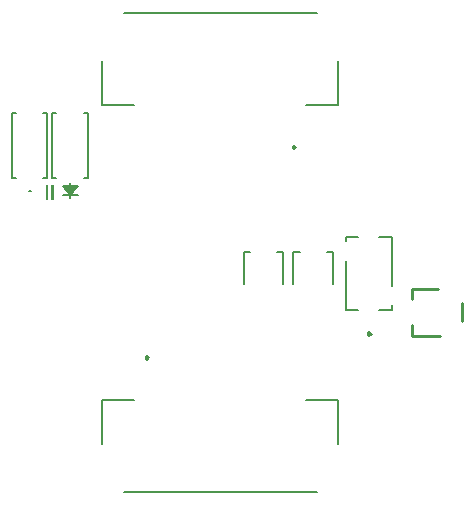
<source format=gbo>
G04*
G04 #@! TF.GenerationSoftware,Altium Limited,Altium Designer,21.9.2 (33)*
G04*
G04 Layer_Color=32896*
%FSLAX25Y25*%
%MOIN*%
G70*
G04*
G04 #@! TF.SameCoordinates,DDE03FFC-3592-4A1C-B560-7E07A9873239*
G04*
G04*
G04 #@! TF.FilePolarity,Positive*
G04*
G01*
G75*
%ADD10C,0.00787*%
%ADD11C,0.00984*%
%ADD14C,0.00600*%
%ADD47C,0.01000*%
%ADD81C,0.00100*%
G36*
X-58200Y17600D02*
X-57700D01*
Y22400D01*
X-58200D01*
Y17600D01*
D02*
G37*
G36*
X-55800Y22400D02*
X-56300D01*
Y17600D01*
X-55800D01*
Y22400D01*
D02*
G37*
D10*
X-39370Y49146D02*
X-28642D01*
X28642D02*
X39370D01*
Y63811D01*
X-32185Y79854D02*
X32185D01*
X-39370Y49146D02*
Y63811D01*
X39370Y-63811D02*
Y-49146D01*
X-32185Y-79854D02*
X32185D01*
X-39370Y-63811D02*
Y-49146D01*
X-28642D01*
X28642D02*
X39370D01*
X57177Y-19205D02*
Y-17728D01*
Y-11232D02*
Y5205D01*
X41823D02*
X46055D01*
X52945D02*
X57177D01*
X41823Y-19205D02*
Y-2768D01*
Y3728D02*
Y5205D01*
Y-19205D02*
X46055D01*
X52945D02*
X57177D01*
D11*
X25098Y35071D02*
X24360Y35497D01*
Y34645D01*
X25098Y35071D01*
X-24114Y-35071D02*
X-24852Y-34645D01*
Y-35497D01*
X-24114Y-35071D01*
X50189Y-27177D02*
X49451Y-26751D01*
Y-27603D01*
X50189Y-27177D01*
D14*
X-63200Y20250D02*
X-63800D01*
X-63200D01*
X-59040Y46250D02*
X-57700D01*
X-69300Y24750D02*
X-67960D01*
X-59040D02*
X-57700D01*
Y46250D01*
X-69300D02*
X-67960D01*
X-69300Y24750D02*
Y46250D01*
X-56000Y24600D02*
X-54560D01*
X-45440D02*
X-44000D01*
Y46400D01*
X-56000D02*
X-54560D01*
X-56000Y24600D02*
Y46400D01*
X-52500Y22100D02*
X-47500D01*
X-50500D02*
X-50000Y19100D01*
X-51000Y22100D02*
X-50000Y19100D01*
X-51500Y22100D02*
X-50000Y19100D01*
X-52000Y22100D02*
X-50000Y19100D01*
X-52500Y22100D02*
X-50000Y19100D01*
X-49500Y22100D01*
X-50000Y19100D02*
X-49000Y22100D01*
X-50000Y19100D02*
X-48500Y22100D01*
X-50000Y19100D02*
X-48000Y22100D01*
X-50000Y19100D02*
X-47500Y22100D01*
X-52500Y19100D02*
X-47500D01*
X-50000Y18100D02*
Y23100D01*
X-45440Y46400D02*
X-44000D01*
X35460Y0D02*
X37600D01*
X24400Y-10453D02*
Y0D01*
X26540D01*
X37600Y-10453D02*
Y0D01*
X18960D02*
X21100D01*
X7900Y-10453D02*
Y0D01*
X10040D01*
X21100Y-10453D02*
Y0D01*
D47*
X64004Y-12126D02*
X72716D01*
X64004Y-27874D02*
X73244D01*
X80736Y-22842D02*
X80736Y-16980D01*
X64004Y-15492D02*
Y-12126D01*
Y-27874D02*
Y-24331D01*
D81*
X-56300Y17600D02*
X-55800D01*
X-56300Y22400D02*
X-55800D01*
X-56300Y17600D02*
Y22400D01*
X-55800Y17600D02*
Y22400D01*
X-58200Y17600D02*
Y22400D01*
X-57700Y17600D02*
Y22400D01*
X-58200D02*
X-57700D01*
X-58200Y17600D02*
X-57700D01*
M02*

</source>
